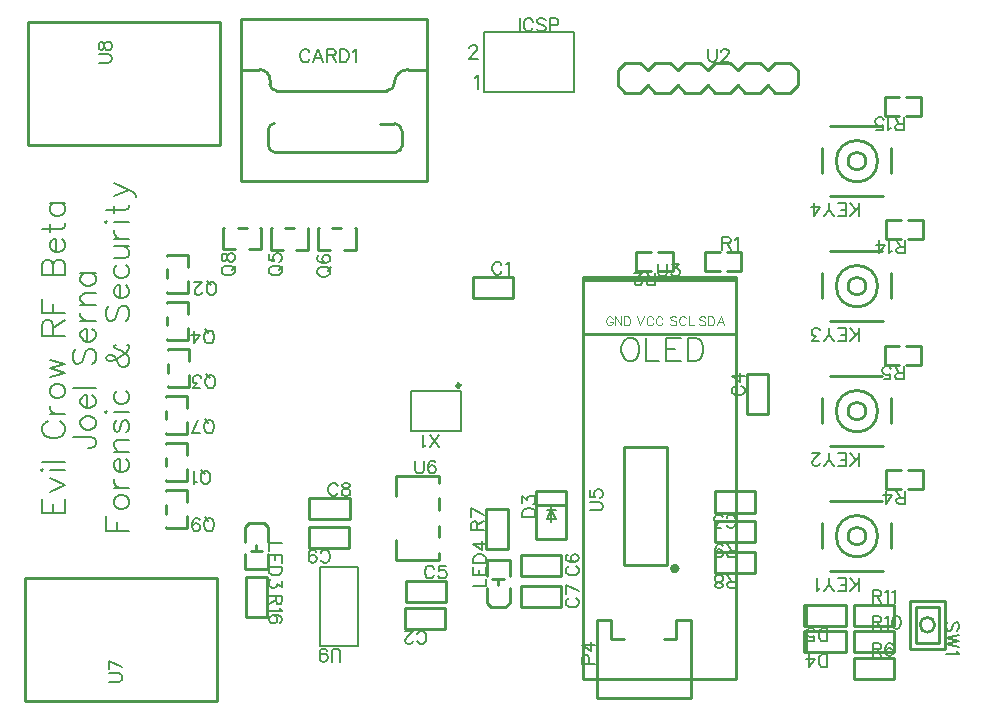
<source format=gto>
G04 Layer: TopSilkLayer*
G04 EasyEDA v6.3.43, 2020-05-10T20:22:00+02:00*
G04 8efef6a7772f454f874d1fefd099d7f4,c718b20e53f548e3abf3144c64a63f4f,10*
G04 Gerber Generator version 0.2*
G04 Scale: 100 percent, Rotated: No, Reflected: No *
G04 Dimensions in millimeters *
G04 leading zeros omitted , absolute positions ,3 integer and 3 decimal *
%FSLAX33Y33*%
%MOMM*%
G90*
G71D02*

%ADD10C,0.254000*%
%ADD14C,0.399999*%
%ADD44C,0.203200*%
%ADD45C,0.228600*%
%ADD46C,0.200660*%
%ADD47C,0.249999*%
%ADD48C,0.127000*%
%ADD49C,0.228600*%
%ADD50C,0.299999*%
%ADD51C,0.152400*%
%ADD52C,0.080000*%

%LPD*%
G54D44*
G01X37600Y26499D02*
G01X33400Y26499D01*
G01X33400Y23099D01*
G01X37600Y23099D01*
G01X37600Y26499D01*
G54D10*
G01X21312Y47262D02*
G01X21312Y48659D01*
G01X32107Y46754D02*
G01X21820Y46754D01*
G01X32615Y48532D02*
G01X32615Y47262D01*
G01X33123Y53739D02*
G01X34774Y53739D01*
G01X21947Y51961D02*
G01X31218Y51961D01*
G01X31345Y51961D01*
G01X21439Y52850D02*
G01X21439Y52469D01*
G01X19026Y53739D02*
G01X19788Y53739D01*
G01X20550Y53739D01*
G01X31980Y49167D02*
G01X30731Y49167D01*
G01X19026Y58057D02*
G01X34774Y58057D01*
G01X34774Y44341D01*
G01X19026Y44341D01*
G01X19026Y58057D01*
G54D45*
G01X70850Y3899D02*
G01X74250Y3899D01*
G01X74250Y2099D01*
G01X70850Y2099D01*
G01X70850Y3899D01*
G54D10*
G01X16947Y244D02*
G01X691Y244D01*
G01X691Y10658D01*
G01X16947Y10658D01*
G01X16947Y244D01*
G01X951Y57755D02*
G01X17207Y57755D01*
G01X17207Y47341D01*
G01X951Y47341D01*
G01X951Y57755D01*
G54D45*
G01X62491Y11122D02*
G01X59091Y11122D01*
G01X59091Y12922D01*
G01X62491Y12922D01*
G01X62491Y11122D01*
G54D46*
G01X39530Y51830D02*
G01X47150Y51830D01*
G01X39530Y51830D02*
G01X39530Y56910D01*
G01X39530Y56910D02*
G01X47150Y56910D01*
G01X47150Y51830D02*
G01X47150Y56910D01*
G54D45*
G01X39753Y13166D02*
G01X39753Y16566D01*
G01X41553Y16566D01*
G01X41553Y13166D01*
G01X39753Y13166D01*
G54D10*
G01X57103Y7168D02*
G01X57103Y508D01*
G01X57103Y508D02*
G01X49102Y508D01*
G01X49091Y7168D02*
G01X49091Y508D01*
G01X57103Y7168D02*
G01X55853Y7168D01*
G01X50341Y7168D02*
G01X49091Y7168D01*
G01X50351Y7168D02*
G01X50351Y5520D01*
G01X55853Y7168D02*
G01X55853Y5520D01*
G01X54761Y5520D02*
G01X55853Y5520D01*
G01X50351Y5520D02*
G01X51441Y5520D01*
G54D45*
G01X36296Y6385D02*
G01X32896Y6385D01*
G01X32896Y8184D01*
G01X36296Y8184D01*
G01X36296Y6385D01*
G54D47*
G01X78597Y8716D02*
G01X78597Y4716D01*
G01X75597Y4716D01*
G01X75597Y8716D01*
G01X78597Y8716D01*
G01X78100Y8199D02*
G01X78100Y5199D01*
G01X76100Y5199D01*
G01X76100Y8199D01*
G01X78100Y8199D01*
G54D48*
G01X45241Y15393D02*
G01X45241Y16663D01*
G01X45241Y15647D02*
G01X45622Y15647D01*
G01X45622Y15647D02*
G01X45241Y16409D01*
G01X45241Y16409D02*
G01X45622Y16409D01*
G01X45241Y15647D02*
G01X44860Y15647D01*
G01X44860Y15647D02*
G01X45241Y16409D01*
G01X45241Y16409D02*
G01X44860Y16409D01*
G54D10*
G01X43991Y18027D02*
G01X46490Y18027D01*
G01X46490Y18027D02*
G01X46490Y14029D01*
G01X46490Y14029D02*
G01X43991Y14029D01*
G01X43991Y14029D02*
G01X43991Y18027D01*
G01X43996Y16884D02*
G01X46485Y16884D01*
G54D45*
G01X62491Y16222D02*
G01X59091Y16222D01*
G01X59091Y18022D01*
G01X62491Y18022D01*
G01X62491Y16222D01*
G54D10*
G01X51826Y11808D02*
G01X55080Y11808D01*
G01X55080Y21760D01*
G01X51397Y21760D01*
G01X51397Y11808D01*
G01X51826Y11808D01*
G54D45*
G01X61800Y24550D02*
G01X61800Y27950D01*
G01X63600Y27950D01*
G01X63600Y24550D01*
G01X61800Y24550D01*
G01X38650Y36200D02*
G01X42050Y36200D01*
G01X42050Y34400D01*
G01X38650Y34400D01*
G01X38650Y36200D01*
G01X62491Y13722D02*
G01X59091Y13722D01*
G01X59091Y15522D01*
G01X62491Y15522D01*
G01X62491Y13722D01*
G01X70238Y4410D02*
G01X66656Y4410D01*
G01X66656Y6188D01*
G01X70238Y6188D01*
G01X70238Y4410D01*
G54D49*
G01X66860Y4410D02*
G01X66860Y6188D01*
G54D45*
G01X70238Y6610D02*
G01X66656Y6610D01*
G01X66656Y8388D01*
G01X70238Y8388D01*
G01X70238Y6610D01*
G54D49*
G01X66860Y6610D02*
G01X66860Y8388D01*
G54D45*
G01X70850Y6199D02*
G01X74250Y6199D01*
G01X74250Y4399D01*
G01X70850Y4399D01*
G01X70850Y6199D01*
G01X70850Y8399D02*
G01X74250Y8399D01*
G01X74250Y6599D01*
G01X70850Y6599D01*
G01X70850Y8399D01*
G01X32945Y10470D02*
G01X36345Y10470D01*
G01X36345Y8671D01*
G01X32945Y8671D01*
G01X32945Y10470D01*
G01X42691Y12622D02*
G01X46091Y12622D01*
G01X46091Y10822D01*
G01X42691Y10822D01*
G01X42691Y12622D01*
G01X46091Y8222D02*
G01X42691Y8222D01*
G01X42691Y10022D01*
G01X46091Y10022D01*
G01X46091Y8222D01*
G54D10*
G01X57885Y51783D02*
G01X56615Y51783D01*
G01X55980Y52418D01*
G01X55345Y51783D01*
G01X54075Y51783D01*
G01X53440Y52418D01*
G01X52805Y51783D01*
G01X51535Y51783D01*
G01X50900Y52418D01*
G01X50900Y53688D01*
G01X51535Y54323D01*
G01X52805Y54323D01*
G01X53440Y53688D01*
G01X54075Y54323D01*
G01X55345Y54323D01*
G01X55980Y53688D01*
G01X56615Y54323D01*
G01X57885Y54323D01*
G01X58520Y53688D01*
G01X59155Y54323D01*
G01X60425Y54323D01*
G01X61060Y53688D01*
G01X61695Y54323D01*
G01X62965Y54323D01*
G01X63600Y53688D01*
G01X64235Y54323D01*
G01X65505Y54323D01*
G01X66140Y53688D01*
G01X66140Y52418D01*
G01X65505Y51783D01*
G01X64235Y51783D01*
G01X63600Y52418D01*
G01X62965Y51783D01*
G01X61695Y51783D01*
G01X61060Y52418D01*
G01X60425Y51783D01*
G01X59155Y51783D01*
G01X58520Y52418D01*
G01X57885Y51783D01*
G01X47979Y35908D02*
G01X60933Y35908D01*
G01X60933Y31336D01*
G01X47979Y31336D01*
G01X47979Y35908D01*
G01X47979Y36162D02*
G01X60933Y36162D01*
G01X60933Y2126D01*
G01X47979Y2126D01*
G01X47979Y36162D01*
G01X73363Y32441D02*
G01X68813Y32441D01*
G01X68191Y34371D02*
G01X68191Y36512D01*
G01X68885Y38339D02*
G01X73291Y38339D01*
G01X73990Y36511D02*
G01X73990Y34373D01*
G01X73363Y21857D02*
G01X68813Y21857D01*
G01X68191Y23788D02*
G01X68191Y25929D01*
G01X68885Y27756D02*
G01X73291Y27756D01*
G01X73990Y25928D02*
G01X73990Y23789D01*
G01X73363Y11274D02*
G01X68813Y11274D01*
G01X68191Y13205D02*
G01X68191Y15346D01*
G01X68885Y17173D02*
G01X73291Y17173D01*
G01X73990Y15344D02*
G01X73990Y13206D01*
G01X73363Y43024D02*
G01X68813Y43024D01*
G01X68191Y44955D02*
G01X68191Y47096D01*
G01X68885Y48923D02*
G01X73291Y48923D01*
G01X73990Y47094D02*
G01X73990Y44956D01*
G54D45*
G01X28128Y13247D02*
G01X24728Y13247D01*
G01X24728Y15047D01*
G01X28128Y15047D01*
G01X28128Y13247D01*
G01X24777Y17460D02*
G01X28177Y17460D01*
G01X28177Y15660D01*
G01X24777Y15660D01*
G01X24777Y17460D01*
G01X21193Y10806D02*
G01X21193Y7406D01*
G01X19393Y7406D01*
G01X19393Y10806D01*
G01X21193Y10806D01*
G54D10*
G01X19343Y15008D02*
G01X19343Y15008D01*
G01X19693Y15358D01*
G01X21243Y15008D02*
G01X21243Y15008D01*
G01X20893Y15358D01*
G01X21243Y12758D02*
G01X21243Y11408D01*
G01X19343Y12758D02*
G01X19343Y11408D01*
G01X21243Y13758D02*
G01X21243Y15008D01*
G01X19343Y13758D02*
G01X19343Y15008D01*
G01X21243Y11408D02*
G01X19343Y11408D01*
G01X20893Y15358D02*
G01X19693Y15358D01*
G01X20793Y12958D02*
G01X19793Y12958D01*
G01X20288Y12958D02*
G01X20288Y13458D01*
G01X41728Y8582D02*
G01X41728Y8582D01*
G01X41379Y8232D01*
G01X39828Y8582D02*
G01X39829Y8582D01*
G01X40178Y8232D01*
G01X39828Y10832D02*
G01X39828Y12182D01*
G01X41728Y10832D02*
G01X41728Y12182D01*
G01X39828Y9832D02*
G01X39828Y8582D01*
G01X41728Y9832D02*
G01X41728Y8582D01*
G01X39828Y12182D02*
G01X41728Y12182D01*
G01X40178Y8232D02*
G01X41379Y8232D01*
G01X40278Y10632D02*
G01X41278Y10632D01*
G01X40784Y10632D02*
G01X40784Y10132D01*
G54D46*
G01X25649Y4950D02*
G01X25649Y11651D01*
G01X28898Y11651D01*
G01X28898Y4950D01*
G01X25649Y4950D01*
G54D10*
G01X58250Y38300D02*
G01X58250Y36700D01*
G01X60101Y36705D02*
G01X61351Y36705D01*
G01X60101Y38305D02*
G01X61351Y38305D01*
G01X59500Y36700D02*
G01X58250Y36700D01*
G01X59500Y38300D02*
G01X58250Y38300D01*
G01X61351Y38305D02*
G01X61351Y36705D01*
G01X55549Y36700D02*
G01X55549Y38300D01*
G01X53698Y38295D02*
G01X52448Y38295D01*
G01X53698Y36695D02*
G01X52448Y36695D01*
G01X54299Y38300D02*
G01X55549Y38300D01*
G01X54299Y36700D02*
G01X55549Y36700D01*
G01X52448Y36695D02*
G01X52448Y38295D01*
G01X76707Y18216D02*
G01X76707Y19817D01*
G01X74857Y19811D02*
G01X73607Y19811D01*
G01X74857Y18211D02*
G01X73607Y18211D01*
G01X75457Y19817D02*
G01X76707Y19817D01*
G01X75457Y18216D02*
G01X76707Y18216D01*
G01X73607Y18211D02*
G01X73607Y19811D01*
G01X76580Y28757D02*
G01X76580Y30358D01*
G01X74730Y30352D02*
G01X73480Y30352D01*
G01X74730Y28752D02*
G01X73480Y28752D01*
G01X75330Y30358D02*
G01X76580Y30358D01*
G01X75330Y28757D02*
G01X76580Y28757D01*
G01X73480Y28752D02*
G01X73480Y30352D01*
G01X76707Y39425D02*
G01X76707Y41026D01*
G01X74857Y41020D02*
G01X73607Y41020D01*
G01X74857Y39420D02*
G01X73607Y39420D01*
G01X75457Y41026D02*
G01X76707Y41026D01*
G01X75457Y39425D02*
G01X76707Y39425D01*
G01X73607Y39420D02*
G01X73607Y41020D01*
G01X76580Y49839D02*
G01X76580Y51440D01*
G01X74730Y51434D02*
G01X73480Y51434D01*
G01X74730Y49834D02*
G01X73480Y49834D01*
G01X75330Y51440D02*
G01X76580Y51440D01*
G01X75330Y49839D02*
G01X76580Y49839D01*
G01X73480Y49834D02*
G01X73480Y51434D01*
G01X32122Y12243D02*
G01X35722Y12243D01*
G01X32122Y19343D02*
G01X35722Y19343D01*
G01X32122Y19343D02*
G01X32122Y17659D01*
G01X32122Y13928D02*
G01X32122Y12243D01*
G01X35722Y19343D02*
G01X35722Y18759D01*
G01X35722Y17428D02*
G01X35722Y16459D01*
G01X35722Y15128D02*
G01X35722Y14159D01*
G01X35722Y12828D02*
G01X35722Y12243D01*
G01X14399Y18099D02*
G01X14399Y17081D01*
G01X12599Y14968D02*
G01X12599Y14899D01*
G01X12599Y16868D02*
G01X12599Y16131D01*
G01X12599Y18099D02*
G01X12599Y18031D01*
G01X14399Y14899D02*
G01X12599Y14899D01*
G01X14399Y18099D02*
G01X12599Y18099D01*
G01X14399Y15918D02*
G01X14399Y14899D01*
G01X20699Y38501D02*
G01X19680Y38501D01*
G01X17568Y40301D02*
G01X17499Y40301D01*
G01X19468Y40301D02*
G01X18730Y40301D01*
G01X20699Y40301D02*
G01X20630Y40301D01*
G01X17499Y38501D02*
G01X17499Y40301D01*
G01X20699Y38501D02*
G01X20699Y40301D01*
G01X18518Y38501D02*
G01X17499Y38501D01*
G01X14399Y22099D02*
G01X14399Y21081D01*
G01X12599Y18968D02*
G01X12599Y18899D01*
G01X12599Y20868D02*
G01X12599Y20131D01*
G01X12599Y22099D02*
G01X12599Y22030D01*
G01X14399Y18899D02*
G01X12599Y18899D01*
G01X14399Y22099D02*
G01X12599Y22099D01*
G01X14399Y19918D02*
G01X14399Y18899D01*
G01X28700Y38499D02*
G01X27681Y38499D01*
G01X25569Y40299D02*
G01X25500Y40299D01*
G01X27469Y40299D02*
G01X26731Y40299D01*
G01X28700Y40299D02*
G01X28631Y40299D01*
G01X25500Y38499D02*
G01X25500Y40299D01*
G01X28700Y38499D02*
G01X28700Y40299D01*
G01X26519Y38499D02*
G01X25500Y38499D01*
G01X24700Y38500D02*
G01X23681Y38500D01*
G01X21569Y40300D02*
G01X21500Y40300D01*
G01X23469Y40300D02*
G01X22731Y40300D01*
G01X24700Y40300D02*
G01X24631Y40300D01*
G01X21500Y38500D02*
G01X21500Y40300D01*
G01X24700Y38500D02*
G01X24700Y40300D01*
G01X22519Y38500D02*
G01X21500Y38500D01*
G01X14492Y34048D02*
G01X14492Y33029D01*
G01X12692Y30917D02*
G01X12692Y30848D01*
G01X12692Y32817D02*
G01X12692Y32079D01*
G01X12692Y34048D02*
G01X12692Y33979D01*
G01X14492Y30848D02*
G01X12692Y30848D01*
G01X14492Y34048D02*
G01X12692Y34048D01*
G01X14492Y31867D02*
G01X14492Y30848D01*
G01X14594Y30048D02*
G01X14594Y29029D01*
G01X12793Y26917D02*
G01X12793Y26848D01*
G01X12793Y28817D02*
G01X12793Y28079D01*
G01X12793Y30048D02*
G01X12793Y29979D01*
G01X14594Y26848D02*
G01X12793Y26848D01*
G01X14594Y30048D02*
G01X12793Y30048D01*
G01X14594Y27867D02*
G01X14594Y26848D01*
G01X14496Y38048D02*
G01X14496Y37030D01*
G01X12696Y34917D02*
G01X12696Y34848D01*
G01X12696Y36817D02*
G01X12696Y36080D01*
G01X12696Y38048D02*
G01X12696Y37980D01*
G01X14496Y34848D02*
G01X12696Y34848D01*
G01X14496Y38048D02*
G01X12696Y38048D01*
G01X14496Y35867D02*
G01X14496Y34848D01*
G01X14399Y26099D02*
G01X14399Y25081D01*
G01X12599Y22968D02*
G01X12599Y22899D01*
G01X12599Y24868D02*
G01X12599Y24131D01*
G01X12599Y26099D02*
G01X12599Y26031D01*
G01X14399Y22899D02*
G01X12599Y22899D01*
G01X14399Y26099D02*
G01X12599Y26099D01*
G01X14399Y23918D02*
G01X14399Y22899D01*
G54D44*
G01X2150Y16199D02*
G01X4088Y16199D01*
G01X2150Y16199D02*
G01X2150Y17400D01*
G01X3072Y16199D02*
G01X3072Y16938D01*
G01X4088Y16199D02*
G01X4088Y17400D01*
G01X2795Y18010D02*
G01X4088Y18564D01*
G01X2795Y19117D02*
G01X4088Y18564D01*
G01X2150Y19727D02*
G01X2242Y19821D01*
G01X2150Y19912D01*
G01X2056Y19821D01*
G01X2150Y19727D01*
G01X2795Y19821D02*
G01X4088Y19821D01*
G01X2150Y20522D02*
G01X4088Y20522D01*
G01X2610Y23941D02*
G01X2427Y23847D01*
G01X2242Y23661D01*
G01X2150Y23478D01*
G01X2150Y23108D01*
G01X2242Y22925D01*
G01X2427Y22739D01*
G01X2610Y22645D01*
G01X2887Y22554D01*
G01X3349Y22554D01*
G01X3626Y22645D01*
G01X3811Y22739D01*
G01X3997Y22925D01*
G01X4088Y23108D01*
G01X4088Y23478D01*
G01X3997Y23661D01*
G01X3811Y23847D01*
G01X3626Y23941D01*
G01X2795Y24550D02*
G01X4088Y24550D01*
G01X3349Y24550D02*
G01X3072Y24642D01*
G01X2887Y24827D01*
G01X2795Y25010D01*
G01X2795Y25287D01*
G01X2795Y26359D02*
G01X2887Y26176D01*
G01X3072Y25991D01*
G01X3349Y25897D01*
G01X3534Y25897D01*
G01X3811Y25991D01*
G01X3997Y26176D01*
G01X4088Y26359D01*
G01X4088Y26636D01*
G01X3997Y26821D01*
G01X3811Y27007D01*
G01X3534Y27098D01*
G01X3349Y27098D01*
G01X3072Y27007D01*
G01X2887Y26821D01*
G01X2795Y26636D01*
G01X2795Y26359D01*
G01X2795Y27708D02*
G01X4088Y28078D01*
G01X2795Y28447D02*
G01X4088Y28078D01*
G01X2795Y28447D02*
G01X4088Y28818D01*
G01X2795Y29186D02*
G01X4088Y28818D01*
G01X2150Y31218D02*
G01X4088Y31218D01*
G01X2150Y31218D02*
G01X2150Y32048D01*
G01X2242Y32325D01*
G01X2333Y32419D01*
G01X2518Y32511D01*
G01X2704Y32511D01*
G01X2887Y32419D01*
G01X2981Y32325D01*
G01X3072Y32048D01*
G01X3072Y31218D01*
G01X3072Y31866D02*
G01X4088Y32511D01*
G01X2150Y33120D02*
G01X4088Y33120D01*
G01X2150Y33120D02*
G01X2150Y34322D01*
G01X3072Y33120D02*
G01X3072Y33859D01*
G01X2150Y36354D02*
G01X4088Y36354D01*
G01X2150Y36354D02*
G01X2150Y37184D01*
G01X2242Y37461D01*
G01X2333Y37555D01*
G01X2518Y37647D01*
G01X2704Y37647D01*
G01X2887Y37555D01*
G01X2981Y37461D01*
G01X3072Y37184D01*
G01X3072Y36354D02*
G01X3072Y37184D01*
G01X3166Y37461D01*
G01X3258Y37555D01*
G01X3443Y37647D01*
G01X3720Y37647D01*
G01X3903Y37555D01*
G01X3997Y37461D01*
G01X4088Y37184D01*
G01X4088Y36354D01*
G01X3349Y38256D02*
G01X3349Y39364D01*
G01X3166Y39364D01*
G01X2981Y39272D01*
G01X2887Y39181D01*
G01X2795Y38995D01*
G01X2795Y38718D01*
G01X2887Y38533D01*
G01X3072Y38348D01*
G01X3349Y38256D01*
G01X3534Y38256D01*
G01X3811Y38348D01*
G01X3997Y38533D01*
G01X4088Y38718D01*
G01X4088Y38995D01*
G01X3997Y39181D01*
G01X3811Y39364D01*
G01X2150Y40250D02*
G01X3720Y40250D01*
G01X3997Y40344D01*
G01X4088Y40527D01*
G01X4088Y40712D01*
G01X2795Y39973D02*
G01X2795Y40621D01*
G01X2795Y42432D02*
G01X4088Y42432D01*
G01X3072Y42432D02*
G01X2887Y42247D01*
G01X2795Y42061D01*
G01X2795Y41784D01*
G01X2887Y41599D01*
G01X3072Y41416D01*
G01X3349Y41322D01*
G01X3534Y41322D01*
G01X3811Y41416D01*
G01X3997Y41599D01*
G01X4088Y41784D01*
G01X4088Y42061D01*
G01X3997Y42247D01*
G01X3811Y42432D01*
G01X4749Y22624D02*
G01X6227Y22624D01*
G01X6504Y22530D01*
G01X6596Y22439D01*
G01X6690Y22253D01*
G01X6690Y22068D01*
G01X6596Y21885D01*
G01X6504Y21791D01*
G01X6227Y21700D01*
G01X6042Y21700D01*
G01X5394Y23693D02*
G01X5488Y23511D01*
G01X5674Y23325D01*
G01X5951Y23234D01*
G01X6133Y23234D01*
G01X6410Y23325D01*
G01X6596Y23511D01*
G01X6690Y23693D01*
G01X6690Y23973D01*
G01X6596Y24156D01*
G01X6410Y24341D01*
G01X6133Y24433D01*
G01X5951Y24433D01*
G01X5674Y24341D01*
G01X5488Y24156D01*
G01X5394Y23973D01*
G01X5394Y23693D01*
G01X5951Y25042D02*
G01X5951Y26152D01*
G01X5765Y26152D01*
G01X5580Y26058D01*
G01X5488Y25967D01*
G01X5394Y25781D01*
G01X5394Y25504D01*
G01X5488Y25319D01*
G01X5674Y25136D01*
G01X5951Y25042D01*
G01X6133Y25042D01*
G01X6410Y25136D01*
G01X6596Y25319D01*
G01X6690Y25504D01*
G01X6690Y25781D01*
G01X6596Y25967D01*
G01X6410Y26152D01*
G01X4749Y26762D02*
G01X6690Y26762D01*
G01X5026Y30087D02*
G01X4841Y29901D01*
G01X4749Y29624D01*
G01X4749Y29256D01*
G01X4841Y28977D01*
G01X5026Y28794D01*
G01X5211Y28794D01*
G01X5394Y28885D01*
G01X5488Y28977D01*
G01X5580Y29162D01*
G01X5765Y29716D01*
G01X5857Y29901D01*
G01X5951Y29993D01*
G01X6133Y30087D01*
G01X6410Y30087D01*
G01X6596Y29901D01*
G01X6690Y29624D01*
G01X6690Y29256D01*
G01X6596Y28977D01*
G01X6410Y28794D01*
G01X5951Y30696D02*
G01X5951Y31804D01*
G01X5765Y31804D01*
G01X5580Y31712D01*
G01X5488Y31618D01*
G01X5394Y31435D01*
G01X5394Y31158D01*
G01X5488Y30973D01*
G01X5674Y30788D01*
G01X5951Y30696D01*
G01X6133Y30696D01*
G01X6410Y30788D01*
G01X6596Y30973D01*
G01X6690Y31158D01*
G01X6690Y31435D01*
G01X6596Y31618D01*
G01X6410Y31804D01*
G01X5394Y32413D02*
G01X6690Y32413D01*
G01X5951Y32413D02*
G01X5674Y32507D01*
G01X5488Y32690D01*
G01X5394Y32876D01*
G01X5394Y33152D01*
G01X5394Y33762D02*
G01X6690Y33762D01*
G01X5765Y33762D02*
G01X5488Y34039D01*
G01X5394Y34224D01*
G01X5394Y34501D01*
G01X5488Y34687D01*
G01X5765Y34778D01*
G01X6690Y34778D01*
G01X5394Y36495D02*
G01X6690Y36495D01*
G01X5674Y36495D02*
G01X5488Y36312D01*
G01X5394Y36127D01*
G01X5394Y35850D01*
G01X5488Y35664D01*
G01X5674Y35479D01*
G01X5951Y35388D01*
G01X6133Y35388D01*
G01X6410Y35479D01*
G01X6596Y35664D01*
G01X6690Y35850D01*
G01X6690Y36127D01*
G01X6596Y36312D01*
G01X6410Y36495D01*
G01X7549Y14700D02*
G01X9489Y14700D01*
G01X7549Y14700D02*
G01X7549Y15899D01*
G01X8473Y14700D02*
G01X8473Y15439D01*
G01X8197Y16971D02*
G01X8288Y16788D01*
G01X8473Y16603D01*
G01X8750Y16509D01*
G01X8936Y16509D01*
G01X9213Y16603D01*
G01X9395Y16788D01*
G01X9489Y16971D01*
G01X9489Y17248D01*
G01X9395Y17433D01*
G01X9213Y17619D01*
G01X8936Y17710D01*
G01X8750Y17710D01*
G01X8473Y17619D01*
G01X8288Y17433D01*
G01X8197Y17248D01*
G01X8197Y16971D01*
G01X8197Y18320D02*
G01X9489Y18320D01*
G01X8750Y18320D02*
G01X8473Y18414D01*
G01X8288Y18596D01*
G01X8197Y18782D01*
G01X8197Y19059D01*
G01X8750Y19668D02*
G01X8750Y20776D01*
G01X8565Y20776D01*
G01X8379Y20684D01*
G01X8288Y20593D01*
G01X8197Y20407D01*
G01X8197Y20131D01*
G01X8288Y19945D01*
G01X8473Y19760D01*
G01X8750Y19668D01*
G01X8936Y19668D01*
G01X9213Y19760D01*
G01X9395Y19945D01*
G01X9489Y20131D01*
G01X9489Y20407D01*
G01X9395Y20593D01*
G01X9213Y20776D01*
G01X8197Y21385D02*
G01X9489Y21385D01*
G01X8565Y21385D02*
G01X8288Y21665D01*
G01X8197Y21848D01*
G01X8197Y22125D01*
G01X8288Y22310D01*
G01X8565Y22401D01*
G01X9489Y22401D01*
G01X8473Y24027D02*
G01X8288Y23936D01*
G01X8197Y23659D01*
G01X8197Y23382D01*
G01X8288Y23105D01*
G01X8473Y23011D01*
G01X8656Y23105D01*
G01X8750Y23290D01*
G01X8842Y23750D01*
G01X8936Y23936D01*
G01X9119Y24027D01*
G01X9213Y24027D01*
G01X9395Y23936D01*
G01X9489Y23659D01*
G01X9489Y23382D01*
G01X9395Y23105D01*
G01X9213Y23011D01*
G01X7549Y24637D02*
G01X7640Y24731D01*
G01X7549Y24822D01*
G01X7457Y24731D01*
G01X7549Y24637D01*
G01X8197Y24731D02*
G01X9489Y24731D01*
G01X8473Y26542D02*
G01X8288Y26356D01*
G01X8197Y26171D01*
G01X8197Y25894D01*
G01X8288Y25708D01*
G01X8473Y25526D01*
G01X8750Y25432D01*
G01X8936Y25432D01*
G01X9213Y25526D01*
G01X9395Y25708D01*
G01X9489Y25894D01*
G01X9489Y26171D01*
G01X9395Y26356D01*
G01X9213Y26542D01*
G01X8379Y30420D02*
G01X8288Y30420D01*
G01X8197Y30326D01*
G01X8197Y30235D01*
G01X8288Y30143D01*
G01X8473Y30049D01*
G01X8936Y29866D01*
G01X9213Y29681D01*
G01X9395Y29496D01*
G01X9489Y29310D01*
G01X9489Y28942D01*
G01X9395Y28756D01*
G01X9304Y28665D01*
G01X9119Y28574D01*
G01X8936Y28574D01*
G01X8750Y28665D01*
G01X8656Y28756D01*
G01X8288Y29404D01*
G01X8197Y29496D01*
G01X8011Y29590D01*
G01X7826Y29590D01*
G01X7640Y29496D01*
G01X7549Y29310D01*
G01X7640Y29127D01*
G01X7826Y29033D01*
G01X8011Y29033D01*
G01X8288Y29127D01*
G01X8565Y29310D01*
G01X9213Y29772D01*
G01X9395Y29958D01*
G01X9489Y30143D01*
G01X9489Y30326D01*
G01X9395Y30420D01*
G01X9304Y30420D01*
G01X7826Y33745D02*
G01X7640Y33560D01*
G01X7549Y33283D01*
G01X7549Y32914D01*
G01X7640Y32638D01*
G01X7826Y32452D01*
G01X8011Y32452D01*
G01X8197Y32544D01*
G01X8288Y32638D01*
G01X8379Y32820D01*
G01X8565Y33374D01*
G01X8656Y33560D01*
G01X8750Y33654D01*
G01X8936Y33745D01*
G01X9213Y33745D01*
G01X9395Y33560D01*
G01X9489Y33283D01*
G01X9489Y32914D01*
G01X9395Y32638D01*
G01X9213Y32452D01*
G01X8750Y34355D02*
G01X8750Y35462D01*
G01X8565Y35462D01*
G01X8379Y35371D01*
G01X8288Y35279D01*
G01X8197Y35094D01*
G01X8197Y34817D01*
G01X8288Y34631D01*
G01X8473Y34446D01*
G01X8750Y34355D01*
G01X8936Y34355D01*
G01X9213Y34446D01*
G01X9395Y34631D01*
G01X9489Y34817D01*
G01X9489Y35094D01*
G01X9395Y35279D01*
G01X9213Y35462D01*
G01X8473Y37182D02*
G01X8288Y36996D01*
G01X8197Y36811D01*
G01X8197Y36534D01*
G01X8288Y36349D01*
G01X8473Y36166D01*
G01X8750Y36072D01*
G01X8936Y36072D01*
G01X9213Y36166D01*
G01X9395Y36349D01*
G01X9489Y36534D01*
G01X9489Y36811D01*
G01X9395Y36996D01*
G01X9213Y37182D01*
G01X8197Y37791D02*
G01X9119Y37791D01*
G01X9395Y37883D01*
G01X9489Y38068D01*
G01X9489Y38345D01*
G01X9395Y38530D01*
G01X9119Y38807D01*
G01X8197Y38807D02*
G01X9489Y38807D01*
G01X8197Y39417D02*
G01X9489Y39417D01*
G01X8750Y39417D02*
G01X8473Y39508D01*
G01X8288Y39694D01*
G01X8197Y39877D01*
G01X8197Y40156D01*
G01X7549Y40766D02*
G01X7640Y40857D01*
G01X7549Y40948D01*
G01X7457Y40857D01*
G01X7549Y40766D01*
G01X8197Y40857D02*
G01X9489Y40857D01*
G01X7549Y41835D02*
G01X9119Y41835D01*
G01X9395Y41929D01*
G01X9489Y42112D01*
G01X9489Y42297D01*
G01X8197Y41558D02*
G01X8197Y42206D01*
G01X8197Y43001D02*
G01X9489Y43555D01*
G01X8197Y44108D02*
G01X9489Y43555D01*
G01X9858Y43369D01*
G01X10043Y43184D01*
G01X10135Y43001D01*
G01X10135Y42907D01*
G54D51*
G01X35708Y21746D02*
G01X34981Y22836D01*
G01X34981Y21746D02*
G01X35708Y22836D01*
G01X34638Y21954D02*
G01X34534Y21901D01*
G01X34377Y21746D01*
G01X34377Y22836D01*
G01X24779Y55194D02*
G01X24726Y55298D01*
G01X24622Y55402D01*
G01X24520Y55453D01*
G01X24312Y55453D01*
G01X24208Y55402D01*
G01X24104Y55298D01*
G01X24050Y55194D01*
G01X24000Y55036D01*
G01X24000Y54777D01*
G01X24050Y54622D01*
G01X24104Y54518D01*
G01X24208Y54414D01*
G01X24312Y54363D01*
G01X24520Y54363D01*
G01X24622Y54414D01*
G01X24726Y54518D01*
G01X24779Y54622D01*
G01X25536Y55453D02*
G01X25122Y54363D01*
G01X25536Y55453D02*
G01X25953Y54363D01*
G01X25277Y54726D02*
G01X25798Y54726D01*
G01X26296Y55453D02*
G01X26296Y54363D01*
G01X26296Y55453D02*
G01X26763Y55453D01*
G01X26921Y55402D01*
G01X26971Y55349D01*
G01X27022Y55244D01*
G01X27022Y55140D01*
G01X26971Y55036D01*
G01X26921Y54985D01*
G01X26763Y54935D01*
G01X26296Y54935D01*
G01X26659Y54935D02*
G01X27022Y54363D01*
G01X27365Y55453D02*
G01X27365Y54363D01*
G01X27365Y55453D02*
G01X27731Y55453D01*
G01X27886Y55402D01*
G01X27990Y55298D01*
G01X28041Y55194D01*
G01X28094Y55036D01*
G01X28094Y54777D01*
G01X28041Y54622D01*
G01X27990Y54518D01*
G01X27886Y54414D01*
G01X27731Y54363D01*
G01X27365Y54363D01*
G01X28437Y55244D02*
G01X28541Y55298D01*
G01X28696Y55453D01*
G01X28696Y54363D01*
G01X72462Y5169D02*
G01X72462Y4079D01*
G01X72462Y5169D02*
G01X72929Y5169D01*
G01X73084Y5118D01*
G01X73137Y5064D01*
G01X73188Y4960D01*
G01X73188Y4856D01*
G01X73137Y4752D01*
G01X73084Y4701D01*
G01X72929Y4650D01*
G01X72462Y4650D01*
G01X72825Y4650D02*
G01X73188Y4079D01*
G01X74156Y5014D02*
G01X74102Y5118D01*
G01X73947Y5169D01*
G01X73843Y5169D01*
G01X73688Y5118D01*
G01X73584Y4960D01*
G01X73531Y4701D01*
G01X73531Y4442D01*
G01X73584Y4234D01*
G01X73688Y4130D01*
G01X73843Y4079D01*
G01X73897Y4079D01*
G01X74052Y4130D01*
G01X74156Y4234D01*
G01X74207Y4389D01*
G01X74207Y4442D01*
G01X74156Y4597D01*
G01X74052Y4701D01*
G01X73897Y4752D01*
G01X73843Y4752D01*
G01X73688Y4701D01*
G01X73584Y4597D01*
G01X73531Y4442D01*
G01X7847Y1899D02*
G01X8626Y1899D01*
G01X8781Y1950D01*
G01X8885Y2054D01*
G01X8936Y2212D01*
G01X8936Y2316D01*
G01X8885Y2471D01*
G01X8781Y2575D01*
G01X8626Y2626D01*
G01X7847Y2626D01*
G01X7847Y3698D02*
G01X8936Y3177D01*
G01X7847Y2969D02*
G01X7847Y3698D01*
G01X6946Y54301D02*
G01X7726Y54301D01*
G01X7881Y54352D01*
G01X7985Y54456D01*
G01X8038Y54611D01*
G01X8038Y54715D01*
G01X7985Y54872D01*
G01X7881Y54974D01*
G01X7726Y55027D01*
G01X6946Y55027D01*
G01X6946Y55629D02*
G01X6997Y55474D01*
G01X7101Y55421D01*
G01X7205Y55421D01*
G01X7309Y55474D01*
G01X7363Y55578D01*
G01X7414Y55787D01*
G01X7467Y55942D01*
G01X7568Y56046D01*
G01X7673Y56097D01*
G01X7830Y56097D01*
G01X7934Y56046D01*
G01X7985Y55992D01*
G01X8038Y55837D01*
G01X8038Y55629D01*
G01X7985Y55474D01*
G01X7934Y55421D01*
G01X7830Y55370D01*
G01X7673Y55370D01*
G01X7568Y55421D01*
G01X7467Y55525D01*
G01X7414Y55683D01*
G01X7363Y55888D01*
G01X7309Y55992D01*
G01X7205Y56046D01*
G01X7101Y56046D01*
G01X6997Y55992D01*
G01X6946Y55837D01*
G01X6946Y55629D01*
G01X60879Y9853D02*
G01X60879Y10943D01*
G01X60879Y9853D02*
G01X60411Y9853D01*
G01X60256Y9904D01*
G01X60203Y9957D01*
G01X60152Y10062D01*
G01X60152Y10166D01*
G01X60203Y10270D01*
G01X60256Y10321D01*
G01X60411Y10371D01*
G01X60879Y10371D01*
G01X60515Y10371D02*
G01X60152Y10943D01*
G01X59548Y9853D02*
G01X59705Y9904D01*
G01X59756Y10008D01*
G01X59756Y10112D01*
G01X59705Y10217D01*
G01X59601Y10270D01*
G01X59393Y10321D01*
G01X59238Y10371D01*
G01X59134Y10476D01*
G01X59080Y10580D01*
G01X59080Y10737D01*
G01X59134Y10841D01*
G01X59184Y10892D01*
G01X59342Y10943D01*
G01X59548Y10943D01*
G01X59705Y10892D01*
G01X59756Y10841D01*
G01X59809Y10737D01*
G01X59809Y10580D01*
G01X59756Y10476D01*
G01X59652Y10371D01*
G01X59497Y10321D01*
G01X59289Y10270D01*
G01X59184Y10217D01*
G01X59134Y10112D01*
G01X59134Y10008D01*
G01X59184Y9904D01*
G01X59342Y9853D01*
G01X59548Y9853D01*
G01X42578Y58063D02*
G01X42578Y56973D01*
G01X43700Y57804D02*
G01X43647Y57908D01*
G01X43543Y58012D01*
G01X43441Y58063D01*
G01X43233Y58063D01*
G01X43129Y58012D01*
G01X43025Y57908D01*
G01X42971Y57804D01*
G01X42920Y57646D01*
G01X42920Y57387D01*
G01X42971Y57232D01*
G01X43025Y57128D01*
G01X43129Y57024D01*
G01X43233Y56973D01*
G01X43441Y56973D01*
G01X43543Y57024D01*
G01X43647Y57128D01*
G01X43700Y57232D01*
G01X44770Y57908D02*
G01X44665Y58012D01*
G01X44510Y58063D01*
G01X44302Y58063D01*
G01X44147Y58012D01*
G01X44043Y57908D01*
G01X44043Y57804D01*
G01X44094Y57699D01*
G01X44147Y57646D01*
G01X44251Y57595D01*
G01X44561Y57491D01*
G01X44665Y57440D01*
G01X44719Y57387D01*
G01X44770Y57283D01*
G01X44770Y57128D01*
G01X44665Y57024D01*
G01X44510Y56973D01*
G01X44302Y56973D01*
G01X44147Y57024D01*
G01X44043Y57128D01*
G01X45112Y58063D02*
G01X45112Y56973D01*
G01X45112Y58063D02*
G01X45580Y58063D01*
G01X45737Y58012D01*
G01X45788Y57959D01*
G01X45841Y57854D01*
G01X45841Y57699D01*
G01X45788Y57595D01*
G01X45737Y57545D01*
G01X45580Y57491D01*
G01X45112Y57491D01*
G54D44*
G01X38768Y53054D02*
G01X38882Y53112D01*
G01X39057Y53285D01*
G01X39057Y52071D01*
G01X38318Y55535D02*
G01X38318Y55594D01*
G01X38374Y55708D01*
G01X38432Y55767D01*
G01X38549Y55825D01*
G01X38780Y55825D01*
G01X38895Y55767D01*
G01X38953Y55708D01*
G01X39009Y55594D01*
G01X39009Y55477D01*
G01X38953Y55363D01*
G01X38836Y55190D01*
G01X38260Y54611D01*
G01X39067Y54611D01*
G54D51*
G01X38483Y14777D02*
G01X39573Y14777D01*
G01X38483Y14777D02*
G01X38483Y15245D01*
G01X38534Y15400D01*
G01X38588Y15453D01*
G01X38692Y15504D01*
G01X38796Y15504D01*
G01X38900Y15453D01*
G01X38951Y15400D01*
G01X39002Y15245D01*
G01X39002Y14777D01*
G01X39002Y15141D02*
G01X39573Y15504D01*
G01X38483Y16576D02*
G01X39573Y16055D01*
G01X38483Y15847D02*
G01X38483Y16576D01*
G01X47882Y3447D02*
G01X48972Y3447D01*
G01X47882Y3447D02*
G01X47882Y3915D01*
G01X47933Y4070D01*
G01X47987Y4123D01*
G01X48091Y4174D01*
G01X48246Y4174D01*
G01X48350Y4123D01*
G01X48401Y4070D01*
G01X48454Y3915D01*
G01X48454Y3447D01*
G01X47882Y5038D02*
G01X48609Y4517D01*
G01X48609Y5297D01*
G01X47882Y5038D02*
G01X48972Y5038D01*
G01X33904Y5374D02*
G01X33957Y5270D01*
G01X34061Y5166D01*
G01X34163Y5115D01*
G01X34371Y5115D01*
G01X34475Y5166D01*
G01X34579Y5270D01*
G01X34633Y5374D01*
G01X34684Y5532D01*
G01X34684Y5791D01*
G01X34633Y5946D01*
G01X34579Y6050D01*
G01X34475Y6154D01*
G01X34371Y6205D01*
G01X34163Y6205D01*
G01X34061Y6154D01*
G01X33957Y6050D01*
G01X33904Y5946D01*
G01X33510Y5374D02*
G01X33510Y5324D01*
G01X33457Y5219D01*
G01X33406Y5166D01*
G01X33302Y5115D01*
G01X33093Y5115D01*
G01X32989Y5166D01*
G01X32939Y5219D01*
G01X32885Y5324D01*
G01X32885Y5428D01*
G01X32939Y5532D01*
G01X33043Y5687D01*
G01X33561Y6205D01*
G01X32834Y6205D01*
G01X79622Y6227D02*
G01X79726Y6331D01*
G01X79777Y6486D01*
G01X79777Y6694D01*
G01X79726Y6849D01*
G01X79622Y6953D01*
G01X79518Y6953D01*
G01X79414Y6903D01*
G01X79360Y6849D01*
G01X79309Y6745D01*
G01X79205Y6433D01*
G01X79154Y6331D01*
G01X79101Y6278D01*
G01X78997Y6227D01*
G01X78842Y6227D01*
G01X78738Y6331D01*
G01X78687Y6486D01*
G01X78687Y6694D01*
G01X78738Y6849D01*
G01X78842Y6953D01*
G01X79777Y5884D02*
G01X78687Y5623D01*
G01X79777Y5363D02*
G01X78687Y5623D01*
G01X79777Y5363D02*
G01X78687Y5104D01*
G01X79777Y4845D02*
G01X78687Y5104D01*
G01X79568Y4502D02*
G01X79622Y4398D01*
G01X79777Y4241D01*
G01X78687Y4241D01*
G01X42817Y15868D02*
G01X43907Y15868D01*
G01X42817Y15868D02*
G01X42817Y16232D01*
G01X42868Y16389D01*
G01X42972Y16491D01*
G01X43076Y16544D01*
G01X43234Y16595D01*
G01X43493Y16595D01*
G01X43648Y16544D01*
G01X43752Y16491D01*
G01X43856Y16389D01*
G01X43907Y16232D01*
G01X43907Y15868D01*
G01X42817Y17042D02*
G01X42817Y17613D01*
G01X43234Y17304D01*
G01X43234Y17458D01*
G01X43285Y17563D01*
G01X43336Y17613D01*
G01X43493Y17667D01*
G01X43597Y17667D01*
G01X43752Y17613D01*
G01X43856Y17509D01*
G01X43907Y17354D01*
G01X43907Y17199D01*
G01X43856Y17042D01*
G01X43805Y16991D01*
G01X43701Y16938D01*
G01X60099Y15212D02*
G01X60152Y15108D01*
G01X60256Y15004D01*
G01X60358Y14953D01*
G01X60566Y14953D01*
G01X60670Y15004D01*
G01X60774Y15108D01*
G01X60828Y15212D01*
G01X60879Y15370D01*
G01X60879Y15629D01*
G01X60828Y15784D01*
G01X60774Y15888D01*
G01X60670Y15992D01*
G01X60566Y16043D01*
G01X60358Y16043D01*
G01X60256Y15992D01*
G01X60152Y15888D01*
G01X60099Y15784D01*
G01X59652Y14953D02*
G01X59080Y14953D01*
G01X59393Y15370D01*
G01X59238Y15370D01*
G01X59134Y15421D01*
G01X59080Y15471D01*
G01X59029Y15629D01*
G01X59029Y15733D01*
G01X59080Y15888D01*
G01X59184Y15992D01*
G01X59342Y16043D01*
G01X59497Y16043D01*
G01X59652Y15992D01*
G01X59705Y15941D01*
G01X59756Y15837D01*
G01X48516Y16403D02*
G01X49296Y16403D01*
G01X49451Y16454D01*
G01X49555Y16558D01*
G01X49606Y16716D01*
G01X49606Y16820D01*
G01X49555Y16975D01*
G01X49451Y17079D01*
G01X49296Y17130D01*
G01X48516Y17130D01*
G01X48516Y18097D02*
G01X48516Y17577D01*
G01X48984Y17526D01*
G01X48933Y17577D01*
G01X48880Y17734D01*
G01X48880Y17889D01*
G01X48933Y18044D01*
G01X49035Y18148D01*
G01X49192Y18201D01*
G01X49296Y18201D01*
G01X49451Y18148D01*
G01X49555Y18044D01*
G01X49606Y17889D01*
G01X49606Y17734D01*
G01X49555Y17577D01*
G01X49504Y17526D01*
G01X49400Y17472D01*
G01X60789Y26941D02*
G01X60685Y26888D01*
G01X60581Y26784D01*
G01X60530Y26682D01*
G01X60530Y26474D01*
G01X60581Y26370D01*
G01X60685Y26266D01*
G01X60789Y26212D01*
G01X60947Y26162D01*
G01X61206Y26162D01*
G01X61361Y26212D01*
G01X61465Y26266D01*
G01X61569Y26370D01*
G01X61620Y26474D01*
G01X61620Y26682D01*
G01X61569Y26784D01*
G01X61465Y26888D01*
G01X61361Y26941D01*
G01X60530Y27802D02*
G01X61257Y27284D01*
G01X61257Y28064D01*
G01X60530Y27802D02*
G01X61620Y27802D01*
G01X41041Y37210D02*
G01X40988Y37314D01*
G01X40884Y37418D01*
G01X40782Y37469D01*
G01X40574Y37469D01*
G01X40470Y37418D01*
G01X40366Y37314D01*
G01X40312Y37210D01*
G01X40262Y37052D01*
G01X40262Y36793D01*
G01X40312Y36638D01*
G01X40366Y36534D01*
G01X40470Y36430D01*
G01X40574Y36379D01*
G01X40782Y36379D01*
G01X40884Y36430D01*
G01X40988Y36534D01*
G01X41041Y36638D01*
G01X41384Y37260D02*
G01X41488Y37314D01*
G01X41643Y37469D01*
G01X41643Y36379D01*
G01X60879Y12453D02*
G01X60879Y13543D01*
G01X60879Y12453D02*
G01X60411Y12453D01*
G01X60256Y12504D01*
G01X60203Y12557D01*
G01X60152Y12662D01*
G01X60152Y12766D01*
G01X60203Y12870D01*
G01X60256Y12921D01*
G01X60411Y12971D01*
G01X60879Y12971D01*
G01X60515Y12971D02*
G01X60152Y13543D01*
G01X59134Y12817D02*
G01X59184Y12971D01*
G01X59289Y13076D01*
G01X59443Y13129D01*
G01X59497Y13129D01*
G01X59652Y13076D01*
G01X59756Y12971D01*
G01X59809Y12817D01*
G01X59809Y12766D01*
G01X59756Y12608D01*
G01X59652Y12504D01*
G01X59497Y12453D01*
G01X59443Y12453D01*
G01X59289Y12504D01*
G01X59184Y12608D01*
G01X59134Y12817D01*
G01X59134Y13076D01*
G01X59184Y13337D01*
G01X59289Y13492D01*
G01X59443Y13543D01*
G01X59548Y13543D01*
G01X59705Y13492D01*
G01X59756Y13388D01*
G01X68638Y3130D02*
G01X68638Y4220D01*
G01X68638Y3130D02*
G01X68274Y3130D01*
G01X68117Y3181D01*
G01X68015Y3285D01*
G01X67962Y3389D01*
G01X67911Y3547D01*
G01X67911Y3806D01*
G01X67962Y3961D01*
G01X68015Y4065D01*
G01X68117Y4169D01*
G01X68274Y4220D01*
G01X68638Y4220D01*
G01X67048Y3130D02*
G01X67568Y3857D01*
G01X66788Y3857D01*
G01X67048Y3130D02*
G01X67048Y4220D01*
G01X68638Y5330D02*
G01X68638Y6420D01*
G01X68638Y5330D02*
G01X68274Y5330D01*
G01X68117Y5381D01*
G01X68015Y5485D01*
G01X67962Y5589D01*
G01X67911Y5747D01*
G01X67911Y6006D01*
G01X67962Y6161D01*
G01X68015Y6265D01*
G01X68117Y6369D01*
G01X68274Y6420D01*
G01X68638Y6420D01*
G01X66943Y5330D02*
G01X67464Y5330D01*
G01X67515Y5798D01*
G01X67464Y5747D01*
G01X67307Y5694D01*
G01X67152Y5694D01*
G01X66997Y5747D01*
G01X66893Y5848D01*
G01X66839Y6006D01*
G01X66839Y6110D01*
G01X66893Y6265D01*
G01X66997Y6369D01*
G01X67152Y6420D01*
G01X67307Y6420D01*
G01X67464Y6369D01*
G01X67515Y6318D01*
G01X67568Y6214D01*
G01X72462Y7469D02*
G01X72462Y6379D01*
G01X72462Y7469D02*
G01X72929Y7469D01*
G01X73084Y7418D01*
G01X73137Y7365D01*
G01X73188Y7260D01*
G01X73188Y7156D01*
G01X73137Y7052D01*
G01X73084Y7001D01*
G01X72929Y6950D01*
G01X72462Y6950D01*
G01X72825Y6950D02*
G01X73188Y6379D01*
G01X73531Y7260D02*
G01X73635Y7314D01*
G01X73793Y7469D01*
G01X73793Y6379D01*
G01X74445Y7469D02*
G01X74290Y7418D01*
G01X74186Y7260D01*
G01X74135Y7001D01*
G01X74135Y6846D01*
G01X74186Y6585D01*
G01X74290Y6430D01*
G01X74445Y6379D01*
G01X74549Y6379D01*
G01X74707Y6430D01*
G01X74811Y6585D01*
G01X74862Y6846D01*
G01X74862Y7001D01*
G01X74811Y7260D01*
G01X74707Y7418D01*
G01X74549Y7469D01*
G01X74445Y7469D01*
G01X72462Y9669D02*
G01X72462Y8579D01*
G01X72462Y9669D02*
G01X72929Y9669D01*
G01X73084Y9618D01*
G01X73137Y9565D01*
G01X73188Y9460D01*
G01X73188Y9356D01*
G01X73137Y9252D01*
G01X73084Y9201D01*
G01X72929Y9150D01*
G01X72462Y9150D01*
G01X72825Y9150D02*
G01X73188Y8579D01*
G01X73531Y9460D02*
G01X73635Y9514D01*
G01X73793Y9669D01*
G01X73793Y8579D01*
G01X74135Y9460D02*
G01X74240Y9514D01*
G01X74394Y9669D01*
G01X74394Y8579D01*
G01X35336Y11481D02*
G01X35283Y11585D01*
G01X35179Y11689D01*
G01X35077Y11740D01*
G01X34869Y11740D01*
G01X34765Y11689D01*
G01X34661Y11585D01*
G01X34607Y11481D01*
G01X34557Y11323D01*
G01X34557Y11064D01*
G01X34607Y10909D01*
G01X34661Y10805D01*
G01X34765Y10701D01*
G01X34869Y10650D01*
G01X35077Y10650D01*
G01X35179Y10701D01*
G01X35283Y10805D01*
G01X35336Y10909D01*
G01X36302Y11740D02*
G01X35783Y11740D01*
G01X35730Y11272D01*
G01X35783Y11323D01*
G01X35938Y11376D01*
G01X36093Y11376D01*
G01X36251Y11323D01*
G01X36355Y11221D01*
G01X36406Y11064D01*
G01X36406Y10960D01*
G01X36355Y10805D01*
G01X36251Y10701D01*
G01X36093Y10650D01*
G01X35938Y10650D01*
G01X35783Y10701D01*
G01X35730Y10752D01*
G01X35679Y10856D01*
G01X46746Y11702D02*
G01X46642Y11649D01*
G01X46538Y11545D01*
G01X46487Y11443D01*
G01X46487Y11235D01*
G01X46538Y11131D01*
G01X46642Y11027D01*
G01X46746Y10973D01*
G01X46904Y10922D01*
G01X47163Y10922D01*
G01X47318Y10973D01*
G01X47422Y11027D01*
G01X47526Y11131D01*
G01X47577Y11235D01*
G01X47577Y11443D01*
G01X47526Y11545D01*
G01X47422Y11649D01*
G01X47318Y11702D01*
G01X46642Y12667D02*
G01X46538Y12617D01*
G01X46487Y12459D01*
G01X46487Y12358D01*
G01X46538Y12200D01*
G01X46696Y12096D01*
G01X46955Y12045D01*
G01X47214Y12045D01*
G01X47422Y12096D01*
G01X47526Y12200D01*
G01X47577Y12358D01*
G01X47577Y12408D01*
G01X47526Y12563D01*
G01X47422Y12667D01*
G01X47267Y12721D01*
G01X47214Y12721D01*
G01X47059Y12667D01*
G01X46955Y12563D01*
G01X46904Y12408D01*
G01X46904Y12358D01*
G01X46955Y12200D01*
G01X47059Y12096D01*
G01X47214Y12045D01*
G01X46746Y9002D02*
G01X46642Y8949D01*
G01X46538Y8845D01*
G01X46487Y8743D01*
G01X46487Y8535D01*
G01X46538Y8431D01*
G01X46642Y8327D01*
G01X46746Y8273D01*
G01X46904Y8222D01*
G01X47163Y8222D01*
G01X47318Y8273D01*
G01X47422Y8327D01*
G01X47526Y8431D01*
G01X47577Y8535D01*
G01X47577Y8743D01*
G01X47526Y8845D01*
G01X47422Y8949D01*
G01X47318Y9002D01*
G01X46487Y10072D02*
G01X47577Y9553D01*
G01X46487Y9345D02*
G01X46487Y10072D01*
G01X58520Y55476D02*
G01X58520Y54696D01*
G01X58570Y54541D01*
G01X58675Y54437D01*
G01X58832Y54386D01*
G01X58936Y54386D01*
G01X59091Y54437D01*
G01X59195Y54541D01*
G01X59246Y54696D01*
G01X59246Y55476D01*
G01X59642Y55217D02*
G01X59642Y55267D01*
G01X59693Y55372D01*
G01X59746Y55425D01*
G01X59851Y55476D01*
G01X60056Y55476D01*
G01X60160Y55425D01*
G01X60214Y55372D01*
G01X60265Y55267D01*
G01X60265Y55163D01*
G01X60214Y55059D01*
G01X60110Y54904D01*
G01X59589Y54386D01*
G01X60318Y54386D01*
G54D52*
G01X50446Y32653D02*
G01X50408Y32727D01*
G01X50336Y32798D01*
G01X50263Y32836D01*
G01X50118Y32836D01*
G01X50044Y32798D01*
G01X49973Y32727D01*
G01X49935Y32653D01*
G01X49900Y32544D01*
G01X49900Y32364D01*
G01X49935Y32255D01*
G01X49973Y32181D01*
G01X50044Y32107D01*
G01X50118Y32072D01*
G01X50263Y32072D01*
G01X50336Y32107D01*
G01X50408Y32181D01*
G01X50446Y32255D01*
G01X50446Y32364D01*
G01X50263Y32364D02*
G01X50446Y32364D01*
G01X50684Y32836D02*
G01X50684Y32072D01*
G01X50684Y32836D02*
G01X51195Y32072D01*
G01X51195Y32836D02*
G01X51195Y32072D01*
G01X51434Y32836D02*
G01X51434Y32072D01*
G01X51434Y32836D02*
G01X51688Y32836D01*
G01X51797Y32798D01*
G01X51871Y32727D01*
G01X51906Y32653D01*
G01X51944Y32544D01*
G01X51944Y32364D01*
G01X51906Y32255D01*
G01X51871Y32181D01*
G01X51797Y32107D01*
G01X51688Y32072D01*
G01X51434Y32072D01*
G01X52500Y32836D02*
G01X52792Y32072D01*
G01X53081Y32836D02*
G01X52792Y32072D01*
G01X53866Y32653D02*
G01X53831Y32727D01*
G01X53757Y32798D01*
G01X53686Y32836D01*
G01X53538Y32836D01*
G01X53467Y32798D01*
G01X53394Y32727D01*
G01X53358Y32653D01*
G01X53323Y32544D01*
G01X53323Y32364D01*
G01X53358Y32255D01*
G01X53394Y32181D01*
G01X53467Y32107D01*
G01X53538Y32072D01*
G01X53686Y32072D01*
G01X53757Y32107D01*
G01X53831Y32181D01*
G01X53866Y32255D01*
G01X54653Y32653D02*
G01X54615Y32727D01*
G01X54544Y32798D01*
G01X54471Y32836D01*
G01X54326Y32836D01*
G01X54252Y32798D01*
G01X54178Y32727D01*
G01X54143Y32653D01*
G01X54107Y32544D01*
G01X54107Y32364D01*
G01X54143Y32255D01*
G01X54178Y32181D01*
G01X54252Y32107D01*
G01X54326Y32072D01*
G01X54471Y32072D01*
G01X54544Y32107D01*
G01X54615Y32181D01*
G01X54653Y32255D01*
G01X55853Y32750D02*
G01X55781Y32821D01*
G01X55672Y32859D01*
G01X55527Y32859D01*
G01X55418Y32821D01*
G01X55345Y32750D01*
G01X55345Y32677D01*
G01X55380Y32605D01*
G01X55418Y32567D01*
G01X55489Y32532D01*
G01X55708Y32458D01*
G01X55781Y32423D01*
G01X55817Y32387D01*
G01X55853Y32313D01*
G01X55853Y32204D01*
G01X55781Y32131D01*
G01X55672Y32095D01*
G01X55527Y32095D01*
G01X55418Y32131D01*
G01X55345Y32204D01*
G01X56640Y32677D02*
G01X56602Y32750D01*
G01X56531Y32821D01*
G01X56457Y32859D01*
G01X56312Y32859D01*
G01X56239Y32821D01*
G01X56168Y32750D01*
G01X56129Y32677D01*
G01X56094Y32567D01*
G01X56094Y32387D01*
G01X56129Y32278D01*
G01X56168Y32204D01*
G01X56239Y32131D01*
G01X56312Y32095D01*
G01X56457Y32095D01*
G01X56531Y32131D01*
G01X56602Y32204D01*
G01X56640Y32278D01*
G01X56879Y32859D02*
G01X56879Y32095D01*
G01X56879Y32095D02*
G01X57316Y32095D01*
G01X58308Y32727D02*
G01X58236Y32798D01*
G01X58127Y32836D01*
G01X57982Y32836D01*
G01X57873Y32798D01*
G01X57800Y32727D01*
G01X57800Y32653D01*
G01X57835Y32582D01*
G01X57873Y32544D01*
G01X57944Y32509D01*
G01X58163Y32435D01*
G01X58236Y32399D01*
G01X58272Y32364D01*
G01X58308Y32290D01*
G01X58308Y32181D01*
G01X58236Y32107D01*
G01X58127Y32072D01*
G01X57982Y32072D01*
G01X57873Y32107D01*
G01X57800Y32181D01*
G01X58549Y32836D02*
G01X58549Y32072D01*
G01X58549Y32836D02*
G01X58803Y32836D01*
G01X58912Y32798D01*
G01X58986Y32727D01*
G01X59021Y32653D01*
G01X59057Y32544D01*
G01X59057Y32364D01*
G01X59021Y32255D01*
G01X58986Y32181D01*
G01X58912Y32107D01*
G01X58803Y32072D01*
G01X58549Y32072D01*
G01X59588Y32836D02*
G01X59298Y32072D01*
G01X59588Y32836D02*
G01X59880Y32072D01*
G01X59407Y32326D02*
G01X59771Y32326D01*
G54D44*
G01X51753Y31007D02*
G01X51568Y30915D01*
G01X51385Y30730D01*
G01X51291Y30547D01*
G01X51200Y30268D01*
G01X51200Y29808D01*
G01X51291Y29531D01*
G01X51385Y29346D01*
G01X51568Y29160D01*
G01X51753Y29069D01*
G01X52124Y29069D01*
G01X52307Y29160D01*
G01X52492Y29346D01*
G01X52584Y29531D01*
G01X52678Y29808D01*
G01X52678Y30268D01*
G01X52584Y30547D01*
G01X52492Y30730D01*
G01X52307Y30915D01*
G01X52124Y31007D01*
G01X51753Y31007D01*
G01X53287Y31007D02*
G01X53287Y29069D01*
G01X53287Y29069D02*
G01X54395Y29069D01*
G01X55004Y31007D02*
G01X55004Y29069D01*
G01X55004Y31007D02*
G01X56206Y31007D01*
G01X55004Y30085D02*
G01X55744Y30085D01*
G01X55004Y29069D02*
G01X56206Y29069D01*
G01X56815Y31007D02*
G01X56815Y29069D01*
G01X56815Y31007D02*
G01X57461Y31007D01*
G01X57740Y30915D01*
G01X57923Y30730D01*
G01X58017Y30547D01*
G01X58108Y30268D01*
G01X58108Y29808D01*
G01X58017Y29531D01*
G01X57923Y29346D01*
G01X57740Y29160D01*
G01X57461Y29069D01*
G01X56815Y29069D01*
G54D51*
G01X54329Y37315D02*
G01X54329Y36535D01*
G01X54379Y36380D01*
G01X54484Y36276D01*
G01X54641Y36225D01*
G01X54745Y36225D01*
G01X54900Y36276D01*
G01X55004Y36380D01*
G01X55055Y36535D01*
G01X55055Y37315D01*
G01X55502Y37315D02*
G01X56074Y37315D01*
G01X55764Y36898D01*
G01X55919Y36898D01*
G01X56023Y36847D01*
G01X56074Y36797D01*
G01X56127Y36639D01*
G01X56127Y36535D01*
G01X56074Y36380D01*
G01X55969Y36276D01*
G01X55814Y36225D01*
G01X55660Y36225D01*
G01X55502Y36276D01*
G01X55451Y36327D01*
G01X55398Y36431D01*
G01X71290Y30769D02*
G01X71290Y31858D01*
G01X70564Y30769D02*
G01X71290Y31495D01*
G01X71031Y31236D02*
G01X70564Y31858D01*
G01X70221Y30769D02*
G01X70221Y31858D01*
G01X70221Y30769D02*
G01X69545Y30769D01*
G01X70221Y31287D02*
G01X69804Y31287D01*
G01X70221Y31858D02*
G01X69545Y31858D01*
G01X69202Y30769D02*
G01X68786Y31287D01*
G01X68786Y31858D01*
G01X68369Y30769D02*
G01X68786Y31287D01*
G01X67924Y30769D02*
G01X67353Y30769D01*
G01X67663Y31185D01*
G01X67508Y31185D01*
G01X67404Y31236D01*
G01X67353Y31287D01*
G01X67300Y31444D01*
G01X67300Y31548D01*
G01X67353Y31703D01*
G01X67455Y31808D01*
G01X67612Y31858D01*
G01X67767Y31858D01*
G01X67924Y31808D01*
G01X67975Y31757D01*
G01X68026Y31653D01*
G01X71290Y20185D02*
G01X71290Y21275D01*
G01X70564Y20185D02*
G01X71290Y20912D01*
G01X71031Y20653D02*
G01X70564Y21275D01*
G01X70221Y20185D02*
G01X70221Y21275D01*
G01X70221Y20185D02*
G01X69545Y20185D01*
G01X70221Y20704D02*
G01X69804Y20704D01*
G01X70221Y21275D02*
G01X69545Y21275D01*
G01X69202Y20185D02*
G01X68786Y20704D01*
G01X68786Y21275D01*
G01X68369Y20185D02*
G01X68786Y20704D01*
G01X67975Y20444D02*
G01X67975Y20394D01*
G01X67924Y20290D01*
G01X67871Y20236D01*
G01X67767Y20185D01*
G01X67559Y20185D01*
G01X67455Y20236D01*
G01X67404Y20290D01*
G01X67353Y20394D01*
G01X67353Y20498D01*
G01X67404Y20602D01*
G01X67508Y20757D01*
G01X68026Y21275D01*
G01X67300Y21275D01*
G01X71290Y9602D02*
G01X71290Y10692D01*
G01X70564Y9602D02*
G01X71290Y10328D01*
G01X71031Y10069D02*
G01X70564Y10692D01*
G01X70221Y9602D02*
G01X70221Y10692D01*
G01X70221Y9602D02*
G01X69545Y9602D01*
G01X70221Y10120D02*
G01X69804Y10120D01*
G01X70221Y10692D02*
G01X69545Y10692D01*
G01X69202Y9602D02*
G01X68786Y10120D01*
G01X68786Y10692D01*
G01X68369Y9602D02*
G01X68786Y10120D01*
G01X68026Y9810D02*
G01X67924Y9757D01*
G01X67767Y9602D01*
G01X67767Y10692D01*
G01X71290Y41352D02*
G01X71290Y42442D01*
G01X70564Y41352D02*
G01X71290Y42078D01*
G01X71031Y41819D02*
G01X70564Y42442D01*
G01X70221Y41352D02*
G01X70221Y42442D01*
G01X70221Y41352D02*
G01X69545Y41352D01*
G01X70221Y41870D02*
G01X69804Y41870D01*
G01X70221Y42442D02*
G01X69545Y42442D01*
G01X69202Y41352D02*
G01X68786Y41870D01*
G01X68786Y42442D01*
G01X68369Y41352D02*
G01X68786Y41870D01*
G01X67508Y41352D02*
G01X68026Y42078D01*
G01X67249Y42078D01*
G01X67508Y41352D02*
G01X67508Y42442D01*
G01X25736Y12237D02*
G01X25789Y12133D01*
G01X25893Y12029D01*
G01X25995Y11978D01*
G01X26203Y11978D01*
G01X26307Y12029D01*
G01X26411Y12133D01*
G01X26465Y12237D01*
G01X26516Y12395D01*
G01X26516Y12654D01*
G01X26465Y12809D01*
G01X26411Y12913D01*
G01X26307Y13017D01*
G01X26203Y13068D01*
G01X25995Y13068D01*
G01X25893Y13017D01*
G01X25789Y12913D01*
G01X25736Y12809D01*
G01X24717Y12342D02*
G01X24771Y12496D01*
G01X24875Y12601D01*
G01X25030Y12654D01*
G01X25080Y12654D01*
G01X25238Y12601D01*
G01X25342Y12496D01*
G01X25393Y12342D01*
G01X25393Y12291D01*
G01X25342Y12133D01*
G01X25238Y12029D01*
G01X25080Y11978D01*
G01X25030Y11978D01*
G01X24875Y12029D01*
G01X24771Y12133D01*
G01X24717Y12342D01*
G01X24717Y12601D01*
G01X24771Y12862D01*
G01X24875Y13017D01*
G01X25030Y13068D01*
G01X25134Y13068D01*
G01X25289Y13017D01*
G01X25342Y12913D01*
G01X27168Y18471D02*
G01X27115Y18575D01*
G01X27011Y18679D01*
G01X26909Y18730D01*
G01X26701Y18730D01*
G01X26597Y18679D01*
G01X26493Y18575D01*
G01X26439Y18471D01*
G01X26389Y18313D01*
G01X26389Y18054D01*
G01X26439Y17899D01*
G01X26493Y17795D01*
G01X26597Y17691D01*
G01X26701Y17640D01*
G01X26909Y17640D01*
G01X27011Y17691D01*
G01X27115Y17795D01*
G01X27168Y17899D01*
G01X27770Y18730D02*
G01X27615Y18679D01*
G01X27562Y18575D01*
G01X27562Y18471D01*
G01X27615Y18366D01*
G01X27719Y18313D01*
G01X27925Y18262D01*
G01X28083Y18211D01*
G01X28187Y18107D01*
G01X28238Y18003D01*
G01X28238Y17846D01*
G01X28187Y17742D01*
G01X28134Y17691D01*
G01X27979Y17640D01*
G01X27770Y17640D01*
G01X27615Y17691D01*
G01X27562Y17742D01*
G01X27511Y17846D01*
G01X27511Y18003D01*
G01X27562Y18107D01*
G01X27666Y18211D01*
G01X27824Y18262D01*
G01X28029Y18313D01*
G01X28134Y18366D01*
G01X28187Y18471D01*
G01X28187Y18575D01*
G01X28134Y18679D01*
G01X27979Y18730D01*
G01X27770Y18730D01*
G01X22462Y9194D02*
G01X21372Y9194D01*
G01X22462Y9194D02*
G01X22462Y8727D01*
G01X22411Y8572D01*
G01X22358Y8519D01*
G01X22253Y8468D01*
G01X22149Y8468D01*
G01X22045Y8519D01*
G01X21994Y8572D01*
G01X21944Y8727D01*
G01X21944Y9194D01*
G01X21944Y8831D02*
G01X21372Y8468D01*
G01X22253Y8125D02*
G01X22307Y8021D01*
G01X22462Y7864D01*
G01X21372Y7864D01*
G01X22307Y6898D02*
G01X22411Y6949D01*
G01X22462Y7107D01*
G01X22462Y7211D01*
G01X22411Y7366D01*
G01X22253Y7470D01*
G01X21994Y7521D01*
G01X21735Y7521D01*
G01X21527Y7470D01*
G01X21423Y7366D01*
G01X21372Y7211D01*
G01X21372Y7157D01*
G01X21423Y7002D01*
G01X21527Y6898D01*
G01X21682Y6845D01*
G01X21735Y6845D01*
G01X21890Y6898D01*
G01X21994Y7002D01*
G01X22045Y7157D01*
G01X22045Y7211D01*
G01X21994Y7366D01*
G01X21890Y7470D01*
G01X21735Y7521D01*
G01X22423Y13617D02*
G01X21333Y13617D01*
G01X21333Y13617D02*
G01X21333Y12995D01*
G01X22423Y12652D02*
G01X21333Y12652D01*
G01X22423Y12652D02*
G01X22423Y11977D01*
G01X21904Y12652D02*
G01X21904Y12236D01*
G01X21333Y12652D02*
G01X21333Y11977D01*
G01X22423Y11634D02*
G01X21333Y11634D01*
G01X22423Y11634D02*
G01X22423Y11268D01*
G01X22372Y11113D01*
G01X22268Y11009D01*
G01X22164Y10958D01*
G01X22009Y10905D01*
G01X21750Y10905D01*
G01X21592Y10958D01*
G01X21488Y11009D01*
G01X21384Y11113D01*
G01X21333Y11268D01*
G01X21333Y11634D01*
G01X22423Y10458D02*
G01X22423Y9886D01*
G01X22009Y10199D01*
G01X22009Y10044D01*
G01X21955Y9940D01*
G01X21904Y9886D01*
G01X21750Y9835D01*
G01X21645Y9835D01*
G01X21488Y9886D01*
G01X21384Y9990D01*
G01X21333Y10148D01*
G01X21333Y10303D01*
G01X21384Y10458D01*
G01X21437Y10511D01*
G01X21541Y10562D01*
G01X38648Y9974D02*
G01X39740Y9974D01*
G01X39740Y9974D02*
G01X39740Y10597D01*
G01X38648Y10940D02*
G01X39740Y10940D01*
G01X38648Y10940D02*
G01X38648Y11615D01*
G01X39169Y10940D02*
G01X39169Y11356D01*
G01X39740Y10940D02*
G01X39740Y11615D01*
G01X38648Y11958D02*
G01X39740Y11958D01*
G01X38648Y11958D02*
G01X38648Y12321D01*
G01X38701Y12479D01*
G01X38803Y12583D01*
G01X38907Y12634D01*
G01X39064Y12685D01*
G01X39324Y12685D01*
G01X39478Y12634D01*
G01X39583Y12583D01*
G01X39687Y12479D01*
G01X39740Y12321D01*
G01X39740Y11958D01*
G01X38648Y13548D02*
G01X39374Y13027D01*
G01X39374Y13807D01*
G01X38648Y13548D02*
G01X39740Y13548D01*
G01X27379Y3609D02*
G01X27379Y4389D01*
G01X27328Y4544D01*
G01X27224Y4648D01*
G01X27067Y4699D01*
G01X26963Y4699D01*
G01X26808Y4648D01*
G01X26704Y4544D01*
G01X26653Y4389D01*
G01X26653Y3609D01*
G01X25634Y3973D02*
G01X25685Y4128D01*
G01X25789Y4232D01*
G01X25944Y4285D01*
G01X25997Y4285D01*
G01X26152Y4232D01*
G01X26256Y4128D01*
G01X26310Y3973D01*
G01X26310Y3922D01*
G01X26256Y3764D01*
G01X26152Y3660D01*
G01X25997Y3609D01*
G01X25944Y3609D01*
G01X25789Y3660D01*
G01X25685Y3764D01*
G01X25634Y3973D01*
G01X25634Y4232D01*
G01X25685Y4493D01*
G01X25789Y4648D01*
G01X25944Y4699D01*
G01X26048Y4699D01*
G01X26206Y4648D01*
G01X26256Y4544D01*
G01X59751Y39542D02*
G01X59751Y38450D01*
G01X59751Y39542D02*
G01X60219Y39542D01*
G01X60374Y39489D01*
G01X60427Y39438D01*
G01X60478Y39334D01*
G01X60478Y39230D01*
G01X60427Y39126D01*
G01X60374Y39075D01*
G01X60219Y39022D01*
G01X59751Y39022D01*
G01X60115Y39022D02*
G01X60478Y38450D01*
G01X60821Y39334D02*
G01X60925Y39387D01*
G01X61080Y39542D01*
G01X61080Y38450D01*
G01X54048Y35457D02*
G01X54048Y36549D01*
G01X54048Y35457D02*
G01X53580Y35457D01*
G01X53425Y35510D01*
G01X53372Y35561D01*
G01X53321Y35665D01*
G01X53321Y35769D01*
G01X53372Y35873D01*
G01X53425Y35924D01*
G01X53580Y35978D01*
G01X54048Y35978D01*
G01X53684Y35978D02*
G01X53321Y36549D01*
G01X52925Y35716D02*
G01X52925Y35665D01*
G01X52874Y35561D01*
G01X52823Y35510D01*
G01X52719Y35457D01*
G01X52511Y35457D01*
G01X52407Y35510D01*
G01X52353Y35561D01*
G01X52303Y35665D01*
G01X52303Y35769D01*
G01X52353Y35873D01*
G01X52458Y36028D01*
G01X52978Y36549D01*
G01X52252Y36549D01*
G01X75206Y16974D02*
G01X75206Y18064D01*
G01X75206Y16974D02*
G01X74738Y16974D01*
G01X74581Y17025D01*
G01X74530Y17078D01*
G01X74477Y17183D01*
G01X74477Y17287D01*
G01X74530Y17391D01*
G01X74581Y17442D01*
G01X74738Y17493D01*
G01X75206Y17493D01*
G01X74843Y17493D02*
G01X74477Y18064D01*
G01X73616Y16974D02*
G01X74134Y17701D01*
G01X73357Y17701D01*
G01X73616Y16974D02*
G01X73616Y18064D01*
G01X75079Y27515D02*
G01X75079Y28605D01*
G01X75079Y27515D02*
G01X74611Y27515D01*
G01X74454Y27566D01*
G01X74403Y27619D01*
G01X74350Y27724D01*
G01X74350Y27828D01*
G01X74403Y27932D01*
G01X74454Y27983D01*
G01X74611Y28034D01*
G01X75079Y28034D01*
G01X74716Y28034D02*
G01X74350Y28605D01*
G01X73385Y27515D02*
G01X73905Y27515D01*
G01X73956Y27983D01*
G01X73905Y27932D01*
G01X73748Y27879D01*
G01X73593Y27879D01*
G01X73435Y27932D01*
G01X73334Y28034D01*
G01X73281Y28191D01*
G01X73281Y28295D01*
G01X73334Y28450D01*
G01X73435Y28554D01*
G01X73593Y28605D01*
G01X73748Y28605D01*
G01X73905Y28554D01*
G01X73956Y28503D01*
G01X74007Y28399D01*
G01X75206Y38183D02*
G01X75206Y39273D01*
G01X75206Y38183D02*
G01X74739Y38183D01*
G01X74582Y38234D01*
G01X74531Y38287D01*
G01X74477Y38392D01*
G01X74477Y38496D01*
G01X74531Y38600D01*
G01X74582Y38651D01*
G01X74739Y38702D01*
G01X75206Y38702D01*
G01X74843Y38702D02*
G01X74477Y39273D01*
G01X74134Y38392D02*
G01X74030Y38338D01*
G01X73875Y38183D01*
G01X73875Y39273D01*
G01X73014Y38183D02*
G01X73532Y38910D01*
G01X72753Y38910D01*
G01X73014Y38183D02*
G01X73014Y39273D01*
G01X75079Y48597D02*
G01X75079Y49687D01*
G01X75079Y48597D02*
G01X74611Y48597D01*
G01X74454Y48648D01*
G01X74403Y48701D01*
G01X74350Y48806D01*
G01X74350Y48910D01*
G01X74403Y49014D01*
G01X74454Y49065D01*
G01X74611Y49116D01*
G01X75079Y49116D01*
G01X74716Y49116D02*
G01X74350Y49687D01*
G01X74007Y48806D02*
G01X73905Y48752D01*
G01X73748Y48597D01*
G01X73748Y49687D01*
G01X72783Y48597D02*
G01X73301Y48597D01*
G01X73354Y49065D01*
G01X73301Y49014D01*
G01X73146Y48961D01*
G01X72991Y48961D01*
G01X72833Y49014D01*
G01X72729Y49116D01*
G01X72679Y49273D01*
G01X72679Y49377D01*
G01X72729Y49532D01*
G01X72833Y49636D01*
G01X72991Y49687D01*
G01X73146Y49687D01*
G01X73301Y49636D01*
G01X73354Y49585D01*
G01X73405Y49481D01*
G01X33744Y20629D02*
G01X33744Y19850D01*
G01X33795Y19695D01*
G01X33899Y19591D01*
G01X34054Y19540D01*
G01X34158Y19540D01*
G01X34316Y19591D01*
G01X34420Y19695D01*
G01X34471Y19850D01*
G01X34471Y20629D01*
G01X35439Y20474D02*
G01X35385Y20579D01*
G01X35230Y20629D01*
G01X35126Y20629D01*
G01X34969Y20579D01*
G01X34867Y20421D01*
G01X34814Y20162D01*
G01X34814Y19903D01*
G01X34867Y19695D01*
G01X34969Y19591D01*
G01X35126Y19540D01*
G01X35177Y19540D01*
G01X35334Y19591D01*
G01X35439Y19695D01*
G01X35489Y19850D01*
G01X35489Y19903D01*
G01X35439Y20058D01*
G01X35334Y20162D01*
G01X35177Y20215D01*
G01X35126Y20215D01*
G01X34969Y20162D01*
G01X34867Y20058D01*
G01X34814Y19903D01*
G01X16387Y14646D02*
G01X16491Y14697D01*
G01X16595Y14801D01*
G01X16649Y14906D01*
G01X16699Y15060D01*
G01X16699Y15322D01*
G01X16649Y15477D01*
G01X16595Y15581D01*
G01X16491Y15685D01*
G01X16387Y15736D01*
G01X16179Y15736D01*
G01X16077Y15685D01*
G01X15973Y15581D01*
G01X15920Y15477D01*
G01X15869Y15322D01*
G01X15869Y15060D01*
G01X15920Y14906D01*
G01X15973Y14801D01*
G01X16077Y14697D01*
G01X16179Y14646D01*
G01X16387Y14646D01*
G01X16232Y15530D02*
G01X15920Y15840D01*
G01X14850Y15010D02*
G01X14901Y15165D01*
G01X15005Y15269D01*
G01X15163Y15322D01*
G01X15214Y15322D01*
G01X15369Y15269D01*
G01X15473Y15165D01*
G01X15526Y15010D01*
G01X15526Y14959D01*
G01X15473Y14801D01*
G01X15369Y14697D01*
G01X15214Y14646D01*
G01X15163Y14646D01*
G01X15005Y14697D01*
G01X14901Y14801D01*
G01X14850Y15010D01*
G01X14850Y15269D01*
G01X14901Y15530D01*
G01X15005Y15685D01*
G01X15163Y15736D01*
G01X15264Y15736D01*
G01X15422Y15685D01*
G01X15473Y15581D01*
G01X17347Y36612D02*
G01X17398Y36508D01*
G01X17502Y36404D01*
G01X17606Y36351D01*
G01X17761Y36300D01*
G01X18023Y36300D01*
G01X18178Y36351D01*
G01X18282Y36404D01*
G01X18386Y36508D01*
G01X18437Y36612D01*
G01X18437Y36818D01*
G01X18386Y36922D01*
G01X18282Y37026D01*
G01X18178Y37080D01*
G01X18023Y37130D01*
G01X17761Y37130D01*
G01X17606Y37080D01*
G01X17502Y37026D01*
G01X17398Y36922D01*
G01X17347Y36818D01*
G01X17347Y36612D01*
G01X18228Y36767D02*
G01X18541Y37080D01*
G01X17347Y37732D02*
G01X17398Y37577D01*
G01X17502Y37527D01*
G01X17606Y37527D01*
G01X17710Y37577D01*
G01X17761Y37682D01*
G01X17814Y37890D01*
G01X17865Y38045D01*
G01X17969Y38149D01*
G01X18074Y38202D01*
G01X18228Y38202D01*
G01X18333Y38149D01*
G01X18386Y38098D01*
G01X18437Y37941D01*
G01X18437Y37732D01*
G01X18386Y37577D01*
G01X18333Y37527D01*
G01X18228Y37473D01*
G01X18074Y37473D01*
G01X17969Y37527D01*
G01X17865Y37631D01*
G01X17814Y37786D01*
G01X17761Y37994D01*
G01X17710Y38098D01*
G01X17606Y38149D01*
G01X17502Y38149D01*
G01X17398Y38098D01*
G01X17347Y37941D01*
G01X17347Y37732D01*
G01X16089Y18645D02*
G01X16193Y18699D01*
G01X16294Y18803D01*
G01X16348Y18907D01*
G01X16398Y19062D01*
G01X16398Y19321D01*
G01X16348Y19478D01*
G01X16294Y19580D01*
G01X16193Y19684D01*
G01X16089Y19737D01*
G01X15880Y19737D01*
G01X15776Y19684D01*
G01X15672Y19580D01*
G01X15621Y19478D01*
G01X15568Y19321D01*
G01X15568Y19062D01*
G01X15621Y18907D01*
G01X15672Y18803D01*
G01X15776Y18699D01*
G01X15880Y18645D01*
G01X16089Y18645D01*
G01X15931Y19529D02*
G01X15621Y19842D01*
G01X15225Y18853D02*
G01X15121Y18803D01*
G01X14966Y18645D01*
G01X14966Y19737D01*
G01X25446Y36510D02*
G01X25499Y36406D01*
G01X25603Y36305D01*
G01X25707Y36251D01*
G01X25862Y36201D01*
G01X26121Y36201D01*
G01X26279Y36251D01*
G01X26380Y36305D01*
G01X26484Y36406D01*
G01X26538Y36510D01*
G01X26538Y36719D01*
G01X26484Y36823D01*
G01X26380Y36927D01*
G01X26279Y36978D01*
G01X26121Y37031D01*
G01X25862Y37031D01*
G01X25707Y36978D01*
G01X25603Y36927D01*
G01X25499Y36823D01*
G01X25446Y36719D01*
G01X25446Y36510D01*
G01X26329Y36668D02*
G01X26642Y36978D01*
G01X25603Y37996D02*
G01X25499Y37946D01*
G01X25446Y37791D01*
G01X25446Y37686D01*
G01X25499Y37529D01*
G01X25654Y37425D01*
G01X25913Y37374D01*
G01X26175Y37374D01*
G01X26380Y37425D01*
G01X26484Y37529D01*
G01X26538Y37686D01*
G01X26538Y37737D01*
G01X26484Y37892D01*
G01X26380Y37996D01*
G01X26225Y38050D01*
G01X26175Y38050D01*
G01X26017Y37996D01*
G01X25913Y37892D01*
G01X25862Y37737D01*
G01X25862Y37686D01*
G01X25913Y37529D01*
G01X26017Y37425D01*
G01X26175Y37374D01*
G01X21347Y36611D02*
G01X21398Y36507D01*
G01X21502Y36405D01*
G01X21606Y36352D01*
G01X21761Y36301D01*
G01X22023Y36301D01*
G01X22178Y36352D01*
G01X22282Y36405D01*
G01X22386Y36507D01*
G01X22437Y36611D01*
G01X22437Y36819D01*
G01X22386Y36924D01*
G01X22282Y37028D01*
G01X22178Y37078D01*
G01X22023Y37132D01*
G01X21761Y37132D01*
G01X21606Y37078D01*
G01X21502Y37028D01*
G01X21398Y36924D01*
G01X21347Y36819D01*
G01X21347Y36611D01*
G01X22229Y36769D02*
G01X22541Y37078D01*
G01X21347Y38097D02*
G01X21347Y37579D01*
G01X21815Y37526D01*
G01X21761Y37579D01*
G01X21711Y37734D01*
G01X21711Y37891D01*
G01X21761Y38046D01*
G01X21866Y38150D01*
G01X22023Y38201D01*
G01X22127Y38201D01*
G01X22282Y38150D01*
G01X22386Y38046D01*
G01X22437Y37891D01*
G01X22437Y37734D01*
G01X22386Y37579D01*
G01X22333Y37526D01*
G01X22229Y37475D01*
G01X16388Y30546D02*
G01X16492Y30599D01*
G01X16597Y30701D01*
G01X16647Y30805D01*
G01X16698Y30962D01*
G01X16698Y31222D01*
G01X16647Y31376D01*
G01X16597Y31481D01*
G01X16492Y31585D01*
G01X16388Y31638D01*
G01X16180Y31638D01*
G01X16076Y31585D01*
G01X15972Y31481D01*
G01X15921Y31376D01*
G01X15868Y31222D01*
G01X15868Y30962D01*
G01X15921Y30805D01*
G01X15972Y30701D01*
G01X16076Y30599D01*
G01X16180Y30546D01*
G01X16388Y30546D01*
G01X16231Y31430D02*
G01X15921Y31742D01*
G01X15007Y30546D02*
G01X15525Y31272D01*
G01X14745Y31272D01*
G01X15007Y30546D02*
G01X15007Y31638D01*
G01X16487Y26745D02*
G01X16591Y26799D01*
G01X16695Y26903D01*
G01X16746Y27005D01*
G01X16800Y27162D01*
G01X16800Y27421D01*
G01X16746Y27576D01*
G01X16695Y27680D01*
G01X16591Y27784D01*
G01X16487Y27838D01*
G01X16279Y27838D01*
G01X16175Y27784D01*
G01X16073Y27680D01*
G01X16020Y27576D01*
G01X15969Y27421D01*
G01X15969Y27162D01*
G01X16020Y27005D01*
G01X16073Y26903D01*
G01X16175Y26799D01*
G01X16279Y26745D01*
G01X16487Y26745D01*
G01X16332Y27629D02*
G01X16020Y27942D01*
G01X15522Y26745D02*
G01X14950Y26745D01*
G01X15260Y27162D01*
G01X15105Y27162D01*
G01X15001Y27213D01*
G01X14950Y27266D01*
G01X14897Y27421D01*
G01X14897Y27525D01*
G01X14950Y27680D01*
G01X15055Y27784D01*
G01X15210Y27838D01*
G01X15364Y27838D01*
G01X15522Y27784D01*
G01X15573Y27734D01*
G01X15626Y27629D01*
G01X16588Y34647D02*
G01X16692Y34698D01*
G01X16796Y34802D01*
G01X16847Y34906D01*
G01X16900Y35061D01*
G01X16900Y35323D01*
G01X16847Y35477D01*
G01X16796Y35582D01*
G01X16692Y35686D01*
G01X16588Y35737D01*
G01X16380Y35737D01*
G01X16275Y35686D01*
G01X16171Y35582D01*
G01X16120Y35477D01*
G01X16067Y35323D01*
G01X16067Y35061D01*
G01X16120Y34906D01*
G01X16171Y34802D01*
G01X16275Y34698D01*
G01X16380Y34647D01*
G01X16588Y34647D01*
G01X16433Y35528D02*
G01X16120Y35841D01*
G01X15673Y34906D02*
G01X15673Y34855D01*
G01X15623Y34751D01*
G01X15569Y34698D01*
G01X15465Y34647D01*
G01X15257Y34647D01*
G01X15153Y34698D01*
G01X15102Y34751D01*
G01X15051Y34855D01*
G01X15051Y34957D01*
G01X15102Y35061D01*
G01X15206Y35218D01*
G01X15724Y35737D01*
G01X14998Y35737D01*
G01X16389Y22945D02*
G01X16490Y22999D01*
G01X16595Y23103D01*
G01X16648Y23207D01*
G01X16699Y23362D01*
G01X16699Y23621D01*
G01X16648Y23778D01*
G01X16595Y23880D01*
G01X16490Y23984D01*
G01X16389Y24037D01*
G01X16181Y24037D01*
G01X16076Y23984D01*
G01X15972Y23880D01*
G01X15919Y23778D01*
G01X15868Y23621D01*
G01X15868Y23362D01*
G01X15919Y23207D01*
G01X15972Y23103D01*
G01X16076Y22999D01*
G01X16181Y22945D01*
G01X16389Y22945D01*
G01X16231Y23829D02*
G01X15919Y24142D01*
G01X14799Y22945D02*
G01X15317Y24037D01*
G01X15525Y22945D02*
G01X14799Y22945D01*
G54D50*
G75*
G01X37400Y26850D02*
G03X37398Y26850I-1J150D01*
G01*
G54D10*
G75*
G01X21312Y48660D02*
G02X21820Y49168I508J0D01*
G01*
G75*
G01X21820Y46755D02*
G02X21312Y47263I0J508D01*
G01*
G75*
G01X32615Y47263D02*
G02X32107Y46755I-508J0D01*
G01*
G75*
G01X31980Y49168D02*
G02X32615Y48533I0J-635D01*
G01*
G75*
G01X31980Y52597D02*
G02X33123Y53740I1143J0D01*
G01*
G75*
G01X31345Y51962D02*
G03X31980Y52597I0J635D01*
G01*
G75*
G01X21439Y52470D02*
G03X21947Y51962I508J0D01*
G01*
G75*
G01X20550Y53740D02*
G02X21439Y52851I0J-889D01*
G01*
G54D14*
G75*
G01X55512Y11476D02*
G03X55512Y11479I200J1D01*
G01*
G54D10*
G75*
G01X77722Y6716D02*
G03X77722Y6716I-625J0D01*
G01*
G75*
G01X72884Y35394D02*
G03X72884Y35394I-1750J0D01*
G01*
G75*
G01X71884Y35394D02*
G03X71884Y35394I-749J0D01*
G01*
G75*
G01X72884Y24811D02*
G03X72884Y24811I-1750J0D01*
G01*
G75*
G01X71884Y24811D02*
G03X71884Y24811I-749J0D01*
G01*
G75*
G01X72884Y14227D02*
G03X72884Y14227I-1750J0D01*
G01*
G75*
G01X71884Y14227D02*
G03X71884Y14227I-749J0D01*
G01*
G75*
G01X72884Y45977D02*
G03X72884Y45977I-1750J0D01*
G01*
G75*
G01X71884Y45977D02*
G03X71884Y45977I-749J0D01*
G01*
M00*
M02*

</source>
